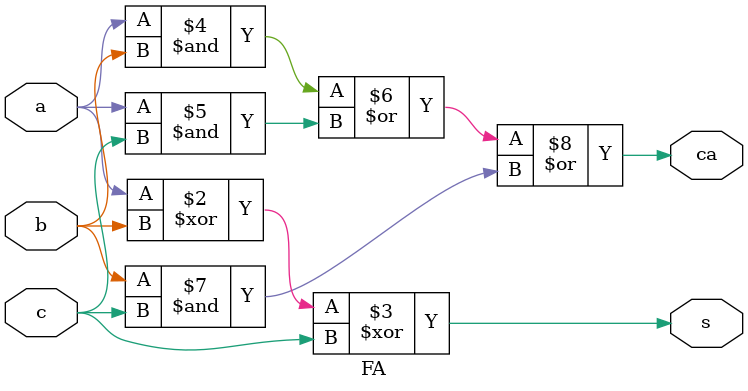
<source format=v>
module FA(a,b,c,s,ca);
input a,b,c;
output reg s,ca;
always@(*)
 begin
  s = a^b^c;
  ca = (a&b)|(a&c)|(b&c);
 end
 endmodule

</source>
